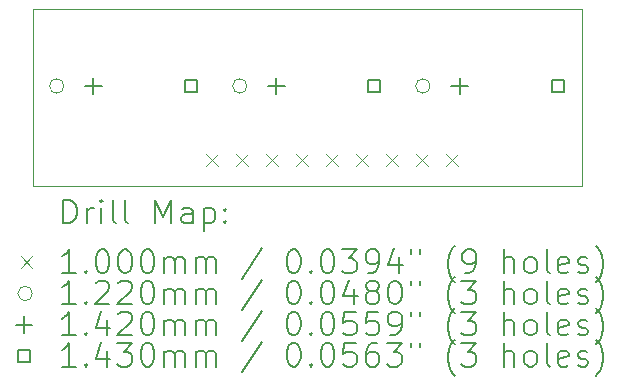
<source format=gbr>
%TF.GenerationSoftware,KiCad,Pcbnew,8.0.5*%
%TF.CreationDate,2024-11-04T14:21:08-06:00*%
%TF.ProjectId,Jack PCB,4a61636b-2050-4434-922e-6b696361645f,rev?*%
%TF.SameCoordinates,Original*%
%TF.FileFunction,Drillmap*%
%TF.FilePolarity,Positive*%
%FSLAX45Y45*%
G04 Gerber Fmt 4.5, Leading zero omitted, Abs format (unit mm)*
G04 Created by KiCad (PCBNEW 8.0.5) date 2024-11-04 14:21:08*
%MOMM*%
%LPD*%
G01*
G04 APERTURE LIST*
%ADD10C,0.050000*%
%ADD11C,0.200000*%
%ADD12C,0.100000*%
%ADD13C,0.122000*%
%ADD14C,0.142000*%
%ADD15C,0.143000*%
G04 APERTURE END LIST*
D10*
X12900000Y-9400000D02*
X17550000Y-9400000D01*
X17550000Y-10900000D01*
X12900000Y-10900000D01*
X12900000Y-9400000D01*
D11*
D12*
X14368000Y-10625000D02*
X14468000Y-10725000D01*
X14468000Y-10625000D02*
X14368000Y-10725000D01*
X14622000Y-10625000D02*
X14722000Y-10725000D01*
X14722000Y-10625000D02*
X14622000Y-10725000D01*
X14876000Y-10625000D02*
X14976000Y-10725000D01*
X14976000Y-10625000D02*
X14876000Y-10725000D01*
X15130000Y-10625000D02*
X15230000Y-10725000D01*
X15230000Y-10625000D02*
X15130000Y-10725000D01*
X15384000Y-10625000D02*
X15484000Y-10725000D01*
X15484000Y-10625000D02*
X15384000Y-10725000D01*
X15638000Y-10625000D02*
X15738000Y-10725000D01*
X15738000Y-10625000D02*
X15638000Y-10725000D01*
X15892000Y-10625000D02*
X15992000Y-10725000D01*
X15992000Y-10625000D02*
X15892000Y-10725000D01*
X16146000Y-10625000D02*
X16246000Y-10725000D01*
X16246000Y-10625000D02*
X16146000Y-10725000D01*
X16400000Y-10625000D02*
X16500000Y-10725000D01*
X16500000Y-10625000D02*
X16400000Y-10725000D01*
D13*
X13165000Y-10050000D02*
G75*
G02*
X13043000Y-10050000I-61000J0D01*
G01*
X13043000Y-10050000D02*
G75*
G02*
X13165000Y-10050000I61000J0D01*
G01*
X14715000Y-10050000D02*
G75*
G02*
X14593000Y-10050000I-61000J0D01*
G01*
X14593000Y-10050000D02*
G75*
G02*
X14715000Y-10050000I61000J0D01*
G01*
X16265000Y-10050000D02*
G75*
G02*
X16143000Y-10050000I-61000J0D01*
G01*
X16143000Y-10050000D02*
G75*
G02*
X16265000Y-10050000I61000J0D01*
G01*
D14*
X13414000Y-9979000D02*
X13414000Y-10121000D01*
X13343000Y-10050000D02*
X13485000Y-10050000D01*
X14964000Y-9979000D02*
X14964000Y-10121000D01*
X14893000Y-10050000D02*
X15035000Y-10050000D01*
X16514000Y-9979000D02*
X16514000Y-10121000D01*
X16443000Y-10050000D02*
X16585000Y-10050000D01*
D15*
X14294559Y-10100559D02*
X14294559Y-9999441D01*
X14193441Y-9999441D01*
X14193441Y-10100559D01*
X14294559Y-10100559D01*
X15844559Y-10100559D02*
X15844559Y-9999441D01*
X15743441Y-9999441D01*
X15743441Y-10100559D01*
X15844559Y-10100559D01*
X17394559Y-10100559D02*
X17394559Y-9999441D01*
X17293441Y-9999441D01*
X17293441Y-10100559D01*
X17394559Y-10100559D01*
D11*
X13158277Y-11213984D02*
X13158277Y-11013984D01*
X13158277Y-11013984D02*
X13205896Y-11013984D01*
X13205896Y-11013984D02*
X13234467Y-11023508D01*
X13234467Y-11023508D02*
X13253515Y-11042555D01*
X13253515Y-11042555D02*
X13263039Y-11061603D01*
X13263039Y-11061603D02*
X13272562Y-11099698D01*
X13272562Y-11099698D02*
X13272562Y-11128270D01*
X13272562Y-11128270D02*
X13263039Y-11166365D01*
X13263039Y-11166365D02*
X13253515Y-11185412D01*
X13253515Y-11185412D02*
X13234467Y-11204460D01*
X13234467Y-11204460D02*
X13205896Y-11213984D01*
X13205896Y-11213984D02*
X13158277Y-11213984D01*
X13358277Y-11213984D02*
X13358277Y-11080650D01*
X13358277Y-11118746D02*
X13367801Y-11099698D01*
X13367801Y-11099698D02*
X13377324Y-11090174D01*
X13377324Y-11090174D02*
X13396372Y-11080650D01*
X13396372Y-11080650D02*
X13415420Y-11080650D01*
X13482086Y-11213984D02*
X13482086Y-11080650D01*
X13482086Y-11013984D02*
X13472562Y-11023508D01*
X13472562Y-11023508D02*
X13482086Y-11033031D01*
X13482086Y-11033031D02*
X13491610Y-11023508D01*
X13491610Y-11023508D02*
X13482086Y-11013984D01*
X13482086Y-11013984D02*
X13482086Y-11033031D01*
X13605896Y-11213984D02*
X13586848Y-11204460D01*
X13586848Y-11204460D02*
X13577324Y-11185412D01*
X13577324Y-11185412D02*
X13577324Y-11013984D01*
X13710658Y-11213984D02*
X13691610Y-11204460D01*
X13691610Y-11204460D02*
X13682086Y-11185412D01*
X13682086Y-11185412D02*
X13682086Y-11013984D01*
X13939229Y-11213984D02*
X13939229Y-11013984D01*
X13939229Y-11013984D02*
X14005896Y-11156841D01*
X14005896Y-11156841D02*
X14072562Y-11013984D01*
X14072562Y-11013984D02*
X14072562Y-11213984D01*
X14253515Y-11213984D02*
X14253515Y-11109222D01*
X14253515Y-11109222D02*
X14243991Y-11090174D01*
X14243991Y-11090174D02*
X14224943Y-11080650D01*
X14224943Y-11080650D02*
X14186848Y-11080650D01*
X14186848Y-11080650D02*
X14167801Y-11090174D01*
X14253515Y-11204460D02*
X14234467Y-11213984D01*
X14234467Y-11213984D02*
X14186848Y-11213984D01*
X14186848Y-11213984D02*
X14167801Y-11204460D01*
X14167801Y-11204460D02*
X14158277Y-11185412D01*
X14158277Y-11185412D02*
X14158277Y-11166365D01*
X14158277Y-11166365D02*
X14167801Y-11147317D01*
X14167801Y-11147317D02*
X14186848Y-11137793D01*
X14186848Y-11137793D02*
X14234467Y-11137793D01*
X14234467Y-11137793D02*
X14253515Y-11128270D01*
X14348753Y-11080650D02*
X14348753Y-11280650D01*
X14348753Y-11090174D02*
X14367801Y-11080650D01*
X14367801Y-11080650D02*
X14405896Y-11080650D01*
X14405896Y-11080650D02*
X14424943Y-11090174D01*
X14424943Y-11090174D02*
X14434467Y-11099698D01*
X14434467Y-11099698D02*
X14443991Y-11118746D01*
X14443991Y-11118746D02*
X14443991Y-11175889D01*
X14443991Y-11175889D02*
X14434467Y-11194936D01*
X14434467Y-11194936D02*
X14424943Y-11204460D01*
X14424943Y-11204460D02*
X14405896Y-11213984D01*
X14405896Y-11213984D02*
X14367801Y-11213984D01*
X14367801Y-11213984D02*
X14348753Y-11204460D01*
X14529705Y-11194936D02*
X14539229Y-11204460D01*
X14539229Y-11204460D02*
X14529705Y-11213984D01*
X14529705Y-11213984D02*
X14520182Y-11204460D01*
X14520182Y-11204460D02*
X14529705Y-11194936D01*
X14529705Y-11194936D02*
X14529705Y-11213984D01*
X14529705Y-11090174D02*
X14539229Y-11099698D01*
X14539229Y-11099698D02*
X14529705Y-11109222D01*
X14529705Y-11109222D02*
X14520182Y-11099698D01*
X14520182Y-11099698D02*
X14529705Y-11090174D01*
X14529705Y-11090174D02*
X14529705Y-11109222D01*
D12*
X12797500Y-11492500D02*
X12897500Y-11592500D01*
X12897500Y-11492500D02*
X12797500Y-11592500D01*
D11*
X13263039Y-11633984D02*
X13148753Y-11633984D01*
X13205896Y-11633984D02*
X13205896Y-11433984D01*
X13205896Y-11433984D02*
X13186848Y-11462555D01*
X13186848Y-11462555D02*
X13167801Y-11481603D01*
X13167801Y-11481603D02*
X13148753Y-11491127D01*
X13348753Y-11614936D02*
X13358277Y-11624460D01*
X13358277Y-11624460D02*
X13348753Y-11633984D01*
X13348753Y-11633984D02*
X13339229Y-11624460D01*
X13339229Y-11624460D02*
X13348753Y-11614936D01*
X13348753Y-11614936D02*
X13348753Y-11633984D01*
X13482086Y-11433984D02*
X13501134Y-11433984D01*
X13501134Y-11433984D02*
X13520182Y-11443508D01*
X13520182Y-11443508D02*
X13529705Y-11453031D01*
X13529705Y-11453031D02*
X13539229Y-11472079D01*
X13539229Y-11472079D02*
X13548753Y-11510174D01*
X13548753Y-11510174D02*
X13548753Y-11557793D01*
X13548753Y-11557793D02*
X13539229Y-11595888D01*
X13539229Y-11595888D02*
X13529705Y-11614936D01*
X13529705Y-11614936D02*
X13520182Y-11624460D01*
X13520182Y-11624460D02*
X13501134Y-11633984D01*
X13501134Y-11633984D02*
X13482086Y-11633984D01*
X13482086Y-11633984D02*
X13463039Y-11624460D01*
X13463039Y-11624460D02*
X13453515Y-11614936D01*
X13453515Y-11614936D02*
X13443991Y-11595888D01*
X13443991Y-11595888D02*
X13434467Y-11557793D01*
X13434467Y-11557793D02*
X13434467Y-11510174D01*
X13434467Y-11510174D02*
X13443991Y-11472079D01*
X13443991Y-11472079D02*
X13453515Y-11453031D01*
X13453515Y-11453031D02*
X13463039Y-11443508D01*
X13463039Y-11443508D02*
X13482086Y-11433984D01*
X13672562Y-11433984D02*
X13691610Y-11433984D01*
X13691610Y-11433984D02*
X13710658Y-11443508D01*
X13710658Y-11443508D02*
X13720182Y-11453031D01*
X13720182Y-11453031D02*
X13729705Y-11472079D01*
X13729705Y-11472079D02*
X13739229Y-11510174D01*
X13739229Y-11510174D02*
X13739229Y-11557793D01*
X13739229Y-11557793D02*
X13729705Y-11595888D01*
X13729705Y-11595888D02*
X13720182Y-11614936D01*
X13720182Y-11614936D02*
X13710658Y-11624460D01*
X13710658Y-11624460D02*
X13691610Y-11633984D01*
X13691610Y-11633984D02*
X13672562Y-11633984D01*
X13672562Y-11633984D02*
X13653515Y-11624460D01*
X13653515Y-11624460D02*
X13643991Y-11614936D01*
X13643991Y-11614936D02*
X13634467Y-11595888D01*
X13634467Y-11595888D02*
X13624943Y-11557793D01*
X13624943Y-11557793D02*
X13624943Y-11510174D01*
X13624943Y-11510174D02*
X13634467Y-11472079D01*
X13634467Y-11472079D02*
X13643991Y-11453031D01*
X13643991Y-11453031D02*
X13653515Y-11443508D01*
X13653515Y-11443508D02*
X13672562Y-11433984D01*
X13863039Y-11433984D02*
X13882086Y-11433984D01*
X13882086Y-11433984D02*
X13901134Y-11443508D01*
X13901134Y-11443508D02*
X13910658Y-11453031D01*
X13910658Y-11453031D02*
X13920182Y-11472079D01*
X13920182Y-11472079D02*
X13929705Y-11510174D01*
X13929705Y-11510174D02*
X13929705Y-11557793D01*
X13929705Y-11557793D02*
X13920182Y-11595888D01*
X13920182Y-11595888D02*
X13910658Y-11614936D01*
X13910658Y-11614936D02*
X13901134Y-11624460D01*
X13901134Y-11624460D02*
X13882086Y-11633984D01*
X13882086Y-11633984D02*
X13863039Y-11633984D01*
X13863039Y-11633984D02*
X13843991Y-11624460D01*
X13843991Y-11624460D02*
X13834467Y-11614936D01*
X13834467Y-11614936D02*
X13824943Y-11595888D01*
X13824943Y-11595888D02*
X13815420Y-11557793D01*
X13815420Y-11557793D02*
X13815420Y-11510174D01*
X13815420Y-11510174D02*
X13824943Y-11472079D01*
X13824943Y-11472079D02*
X13834467Y-11453031D01*
X13834467Y-11453031D02*
X13843991Y-11443508D01*
X13843991Y-11443508D02*
X13863039Y-11433984D01*
X14015420Y-11633984D02*
X14015420Y-11500650D01*
X14015420Y-11519698D02*
X14024943Y-11510174D01*
X14024943Y-11510174D02*
X14043991Y-11500650D01*
X14043991Y-11500650D02*
X14072563Y-11500650D01*
X14072563Y-11500650D02*
X14091610Y-11510174D01*
X14091610Y-11510174D02*
X14101134Y-11529222D01*
X14101134Y-11529222D02*
X14101134Y-11633984D01*
X14101134Y-11529222D02*
X14110658Y-11510174D01*
X14110658Y-11510174D02*
X14129705Y-11500650D01*
X14129705Y-11500650D02*
X14158277Y-11500650D01*
X14158277Y-11500650D02*
X14177324Y-11510174D01*
X14177324Y-11510174D02*
X14186848Y-11529222D01*
X14186848Y-11529222D02*
X14186848Y-11633984D01*
X14282086Y-11633984D02*
X14282086Y-11500650D01*
X14282086Y-11519698D02*
X14291610Y-11510174D01*
X14291610Y-11510174D02*
X14310658Y-11500650D01*
X14310658Y-11500650D02*
X14339229Y-11500650D01*
X14339229Y-11500650D02*
X14358277Y-11510174D01*
X14358277Y-11510174D02*
X14367801Y-11529222D01*
X14367801Y-11529222D02*
X14367801Y-11633984D01*
X14367801Y-11529222D02*
X14377324Y-11510174D01*
X14377324Y-11510174D02*
X14396372Y-11500650D01*
X14396372Y-11500650D02*
X14424943Y-11500650D01*
X14424943Y-11500650D02*
X14443991Y-11510174D01*
X14443991Y-11510174D02*
X14453515Y-11529222D01*
X14453515Y-11529222D02*
X14453515Y-11633984D01*
X14843991Y-11424460D02*
X14672563Y-11681603D01*
X15101134Y-11433984D02*
X15120182Y-11433984D01*
X15120182Y-11433984D02*
X15139229Y-11443508D01*
X15139229Y-11443508D02*
X15148753Y-11453031D01*
X15148753Y-11453031D02*
X15158277Y-11472079D01*
X15158277Y-11472079D02*
X15167801Y-11510174D01*
X15167801Y-11510174D02*
X15167801Y-11557793D01*
X15167801Y-11557793D02*
X15158277Y-11595888D01*
X15158277Y-11595888D02*
X15148753Y-11614936D01*
X15148753Y-11614936D02*
X15139229Y-11624460D01*
X15139229Y-11624460D02*
X15120182Y-11633984D01*
X15120182Y-11633984D02*
X15101134Y-11633984D01*
X15101134Y-11633984D02*
X15082086Y-11624460D01*
X15082086Y-11624460D02*
X15072563Y-11614936D01*
X15072563Y-11614936D02*
X15063039Y-11595888D01*
X15063039Y-11595888D02*
X15053515Y-11557793D01*
X15053515Y-11557793D02*
X15053515Y-11510174D01*
X15053515Y-11510174D02*
X15063039Y-11472079D01*
X15063039Y-11472079D02*
X15072563Y-11453031D01*
X15072563Y-11453031D02*
X15082086Y-11443508D01*
X15082086Y-11443508D02*
X15101134Y-11433984D01*
X15253515Y-11614936D02*
X15263039Y-11624460D01*
X15263039Y-11624460D02*
X15253515Y-11633984D01*
X15253515Y-11633984D02*
X15243991Y-11624460D01*
X15243991Y-11624460D02*
X15253515Y-11614936D01*
X15253515Y-11614936D02*
X15253515Y-11633984D01*
X15386848Y-11433984D02*
X15405896Y-11433984D01*
X15405896Y-11433984D02*
X15424944Y-11443508D01*
X15424944Y-11443508D02*
X15434467Y-11453031D01*
X15434467Y-11453031D02*
X15443991Y-11472079D01*
X15443991Y-11472079D02*
X15453515Y-11510174D01*
X15453515Y-11510174D02*
X15453515Y-11557793D01*
X15453515Y-11557793D02*
X15443991Y-11595888D01*
X15443991Y-11595888D02*
X15434467Y-11614936D01*
X15434467Y-11614936D02*
X15424944Y-11624460D01*
X15424944Y-11624460D02*
X15405896Y-11633984D01*
X15405896Y-11633984D02*
X15386848Y-11633984D01*
X15386848Y-11633984D02*
X15367801Y-11624460D01*
X15367801Y-11624460D02*
X15358277Y-11614936D01*
X15358277Y-11614936D02*
X15348753Y-11595888D01*
X15348753Y-11595888D02*
X15339229Y-11557793D01*
X15339229Y-11557793D02*
X15339229Y-11510174D01*
X15339229Y-11510174D02*
X15348753Y-11472079D01*
X15348753Y-11472079D02*
X15358277Y-11453031D01*
X15358277Y-11453031D02*
X15367801Y-11443508D01*
X15367801Y-11443508D02*
X15386848Y-11433984D01*
X15520182Y-11433984D02*
X15643991Y-11433984D01*
X15643991Y-11433984D02*
X15577325Y-11510174D01*
X15577325Y-11510174D02*
X15605896Y-11510174D01*
X15605896Y-11510174D02*
X15624944Y-11519698D01*
X15624944Y-11519698D02*
X15634467Y-11529222D01*
X15634467Y-11529222D02*
X15643991Y-11548269D01*
X15643991Y-11548269D02*
X15643991Y-11595888D01*
X15643991Y-11595888D02*
X15634467Y-11614936D01*
X15634467Y-11614936D02*
X15624944Y-11624460D01*
X15624944Y-11624460D02*
X15605896Y-11633984D01*
X15605896Y-11633984D02*
X15548753Y-11633984D01*
X15548753Y-11633984D02*
X15529706Y-11624460D01*
X15529706Y-11624460D02*
X15520182Y-11614936D01*
X15739229Y-11633984D02*
X15777325Y-11633984D01*
X15777325Y-11633984D02*
X15796372Y-11624460D01*
X15796372Y-11624460D02*
X15805896Y-11614936D01*
X15805896Y-11614936D02*
X15824944Y-11586365D01*
X15824944Y-11586365D02*
X15834467Y-11548269D01*
X15834467Y-11548269D02*
X15834467Y-11472079D01*
X15834467Y-11472079D02*
X15824944Y-11453031D01*
X15824944Y-11453031D02*
X15815420Y-11443508D01*
X15815420Y-11443508D02*
X15796372Y-11433984D01*
X15796372Y-11433984D02*
X15758277Y-11433984D01*
X15758277Y-11433984D02*
X15739229Y-11443508D01*
X15739229Y-11443508D02*
X15729706Y-11453031D01*
X15729706Y-11453031D02*
X15720182Y-11472079D01*
X15720182Y-11472079D02*
X15720182Y-11519698D01*
X15720182Y-11519698D02*
X15729706Y-11538746D01*
X15729706Y-11538746D02*
X15739229Y-11548269D01*
X15739229Y-11548269D02*
X15758277Y-11557793D01*
X15758277Y-11557793D02*
X15796372Y-11557793D01*
X15796372Y-11557793D02*
X15815420Y-11548269D01*
X15815420Y-11548269D02*
X15824944Y-11538746D01*
X15824944Y-11538746D02*
X15834467Y-11519698D01*
X16005896Y-11500650D02*
X16005896Y-11633984D01*
X15958277Y-11424460D02*
X15910658Y-11567317D01*
X15910658Y-11567317D02*
X16034467Y-11567317D01*
X16101134Y-11433984D02*
X16101134Y-11472079D01*
X16177325Y-11433984D02*
X16177325Y-11472079D01*
X16472563Y-11710174D02*
X16463039Y-11700650D01*
X16463039Y-11700650D02*
X16443991Y-11672079D01*
X16443991Y-11672079D02*
X16434468Y-11653031D01*
X16434468Y-11653031D02*
X16424944Y-11624460D01*
X16424944Y-11624460D02*
X16415420Y-11576841D01*
X16415420Y-11576841D02*
X16415420Y-11538746D01*
X16415420Y-11538746D02*
X16424944Y-11491127D01*
X16424944Y-11491127D02*
X16434468Y-11462555D01*
X16434468Y-11462555D02*
X16443991Y-11443508D01*
X16443991Y-11443508D02*
X16463039Y-11414936D01*
X16463039Y-11414936D02*
X16472563Y-11405412D01*
X16558277Y-11633984D02*
X16596372Y-11633984D01*
X16596372Y-11633984D02*
X16615420Y-11624460D01*
X16615420Y-11624460D02*
X16624944Y-11614936D01*
X16624944Y-11614936D02*
X16643991Y-11586365D01*
X16643991Y-11586365D02*
X16653515Y-11548269D01*
X16653515Y-11548269D02*
X16653515Y-11472079D01*
X16653515Y-11472079D02*
X16643991Y-11453031D01*
X16643991Y-11453031D02*
X16634468Y-11443508D01*
X16634468Y-11443508D02*
X16615420Y-11433984D01*
X16615420Y-11433984D02*
X16577325Y-11433984D01*
X16577325Y-11433984D02*
X16558277Y-11443508D01*
X16558277Y-11443508D02*
X16548753Y-11453031D01*
X16548753Y-11453031D02*
X16539229Y-11472079D01*
X16539229Y-11472079D02*
X16539229Y-11519698D01*
X16539229Y-11519698D02*
X16548753Y-11538746D01*
X16548753Y-11538746D02*
X16558277Y-11548269D01*
X16558277Y-11548269D02*
X16577325Y-11557793D01*
X16577325Y-11557793D02*
X16615420Y-11557793D01*
X16615420Y-11557793D02*
X16634468Y-11548269D01*
X16634468Y-11548269D02*
X16643991Y-11538746D01*
X16643991Y-11538746D02*
X16653515Y-11519698D01*
X16891611Y-11633984D02*
X16891611Y-11433984D01*
X16977325Y-11633984D02*
X16977325Y-11529222D01*
X16977325Y-11529222D02*
X16967801Y-11510174D01*
X16967801Y-11510174D02*
X16948753Y-11500650D01*
X16948753Y-11500650D02*
X16920182Y-11500650D01*
X16920182Y-11500650D02*
X16901134Y-11510174D01*
X16901134Y-11510174D02*
X16891611Y-11519698D01*
X17101134Y-11633984D02*
X17082087Y-11624460D01*
X17082087Y-11624460D02*
X17072563Y-11614936D01*
X17072563Y-11614936D02*
X17063039Y-11595888D01*
X17063039Y-11595888D02*
X17063039Y-11538746D01*
X17063039Y-11538746D02*
X17072563Y-11519698D01*
X17072563Y-11519698D02*
X17082087Y-11510174D01*
X17082087Y-11510174D02*
X17101134Y-11500650D01*
X17101134Y-11500650D02*
X17129706Y-11500650D01*
X17129706Y-11500650D02*
X17148753Y-11510174D01*
X17148753Y-11510174D02*
X17158277Y-11519698D01*
X17158277Y-11519698D02*
X17167801Y-11538746D01*
X17167801Y-11538746D02*
X17167801Y-11595888D01*
X17167801Y-11595888D02*
X17158277Y-11614936D01*
X17158277Y-11614936D02*
X17148753Y-11624460D01*
X17148753Y-11624460D02*
X17129706Y-11633984D01*
X17129706Y-11633984D02*
X17101134Y-11633984D01*
X17282087Y-11633984D02*
X17263039Y-11624460D01*
X17263039Y-11624460D02*
X17253515Y-11605412D01*
X17253515Y-11605412D02*
X17253515Y-11433984D01*
X17434468Y-11624460D02*
X17415420Y-11633984D01*
X17415420Y-11633984D02*
X17377325Y-11633984D01*
X17377325Y-11633984D02*
X17358277Y-11624460D01*
X17358277Y-11624460D02*
X17348753Y-11605412D01*
X17348753Y-11605412D02*
X17348753Y-11529222D01*
X17348753Y-11529222D02*
X17358277Y-11510174D01*
X17358277Y-11510174D02*
X17377325Y-11500650D01*
X17377325Y-11500650D02*
X17415420Y-11500650D01*
X17415420Y-11500650D02*
X17434468Y-11510174D01*
X17434468Y-11510174D02*
X17443992Y-11529222D01*
X17443992Y-11529222D02*
X17443992Y-11548269D01*
X17443992Y-11548269D02*
X17348753Y-11567317D01*
X17520182Y-11624460D02*
X17539230Y-11633984D01*
X17539230Y-11633984D02*
X17577325Y-11633984D01*
X17577325Y-11633984D02*
X17596373Y-11624460D01*
X17596373Y-11624460D02*
X17605896Y-11605412D01*
X17605896Y-11605412D02*
X17605896Y-11595888D01*
X17605896Y-11595888D02*
X17596373Y-11576841D01*
X17596373Y-11576841D02*
X17577325Y-11567317D01*
X17577325Y-11567317D02*
X17548753Y-11567317D01*
X17548753Y-11567317D02*
X17529706Y-11557793D01*
X17529706Y-11557793D02*
X17520182Y-11538746D01*
X17520182Y-11538746D02*
X17520182Y-11529222D01*
X17520182Y-11529222D02*
X17529706Y-11510174D01*
X17529706Y-11510174D02*
X17548753Y-11500650D01*
X17548753Y-11500650D02*
X17577325Y-11500650D01*
X17577325Y-11500650D02*
X17596373Y-11510174D01*
X17672563Y-11710174D02*
X17682087Y-11700650D01*
X17682087Y-11700650D02*
X17701134Y-11672079D01*
X17701134Y-11672079D02*
X17710658Y-11653031D01*
X17710658Y-11653031D02*
X17720182Y-11624460D01*
X17720182Y-11624460D02*
X17729706Y-11576841D01*
X17729706Y-11576841D02*
X17729706Y-11538746D01*
X17729706Y-11538746D02*
X17720182Y-11491127D01*
X17720182Y-11491127D02*
X17710658Y-11462555D01*
X17710658Y-11462555D02*
X17701134Y-11443508D01*
X17701134Y-11443508D02*
X17682087Y-11414936D01*
X17682087Y-11414936D02*
X17672563Y-11405412D01*
D13*
X12897500Y-11806500D02*
G75*
G02*
X12775500Y-11806500I-61000J0D01*
G01*
X12775500Y-11806500D02*
G75*
G02*
X12897500Y-11806500I61000J0D01*
G01*
D11*
X13263039Y-11897984D02*
X13148753Y-11897984D01*
X13205896Y-11897984D02*
X13205896Y-11697984D01*
X13205896Y-11697984D02*
X13186848Y-11726555D01*
X13186848Y-11726555D02*
X13167801Y-11745603D01*
X13167801Y-11745603D02*
X13148753Y-11755127D01*
X13348753Y-11878936D02*
X13358277Y-11888460D01*
X13358277Y-11888460D02*
X13348753Y-11897984D01*
X13348753Y-11897984D02*
X13339229Y-11888460D01*
X13339229Y-11888460D02*
X13348753Y-11878936D01*
X13348753Y-11878936D02*
X13348753Y-11897984D01*
X13434467Y-11717031D02*
X13443991Y-11707508D01*
X13443991Y-11707508D02*
X13463039Y-11697984D01*
X13463039Y-11697984D02*
X13510658Y-11697984D01*
X13510658Y-11697984D02*
X13529705Y-11707508D01*
X13529705Y-11707508D02*
X13539229Y-11717031D01*
X13539229Y-11717031D02*
X13548753Y-11736079D01*
X13548753Y-11736079D02*
X13548753Y-11755127D01*
X13548753Y-11755127D02*
X13539229Y-11783698D01*
X13539229Y-11783698D02*
X13424943Y-11897984D01*
X13424943Y-11897984D02*
X13548753Y-11897984D01*
X13624943Y-11717031D02*
X13634467Y-11707508D01*
X13634467Y-11707508D02*
X13653515Y-11697984D01*
X13653515Y-11697984D02*
X13701134Y-11697984D01*
X13701134Y-11697984D02*
X13720182Y-11707508D01*
X13720182Y-11707508D02*
X13729705Y-11717031D01*
X13729705Y-11717031D02*
X13739229Y-11736079D01*
X13739229Y-11736079D02*
X13739229Y-11755127D01*
X13739229Y-11755127D02*
X13729705Y-11783698D01*
X13729705Y-11783698D02*
X13615420Y-11897984D01*
X13615420Y-11897984D02*
X13739229Y-11897984D01*
X13863039Y-11697984D02*
X13882086Y-11697984D01*
X13882086Y-11697984D02*
X13901134Y-11707508D01*
X13901134Y-11707508D02*
X13910658Y-11717031D01*
X13910658Y-11717031D02*
X13920182Y-11736079D01*
X13920182Y-11736079D02*
X13929705Y-11774174D01*
X13929705Y-11774174D02*
X13929705Y-11821793D01*
X13929705Y-11821793D02*
X13920182Y-11859888D01*
X13920182Y-11859888D02*
X13910658Y-11878936D01*
X13910658Y-11878936D02*
X13901134Y-11888460D01*
X13901134Y-11888460D02*
X13882086Y-11897984D01*
X13882086Y-11897984D02*
X13863039Y-11897984D01*
X13863039Y-11897984D02*
X13843991Y-11888460D01*
X13843991Y-11888460D02*
X13834467Y-11878936D01*
X13834467Y-11878936D02*
X13824943Y-11859888D01*
X13824943Y-11859888D02*
X13815420Y-11821793D01*
X13815420Y-11821793D02*
X13815420Y-11774174D01*
X13815420Y-11774174D02*
X13824943Y-11736079D01*
X13824943Y-11736079D02*
X13834467Y-11717031D01*
X13834467Y-11717031D02*
X13843991Y-11707508D01*
X13843991Y-11707508D02*
X13863039Y-11697984D01*
X14015420Y-11897984D02*
X14015420Y-11764650D01*
X14015420Y-11783698D02*
X14024943Y-11774174D01*
X14024943Y-11774174D02*
X14043991Y-11764650D01*
X14043991Y-11764650D02*
X14072563Y-11764650D01*
X14072563Y-11764650D02*
X14091610Y-11774174D01*
X14091610Y-11774174D02*
X14101134Y-11793222D01*
X14101134Y-11793222D02*
X14101134Y-11897984D01*
X14101134Y-11793222D02*
X14110658Y-11774174D01*
X14110658Y-11774174D02*
X14129705Y-11764650D01*
X14129705Y-11764650D02*
X14158277Y-11764650D01*
X14158277Y-11764650D02*
X14177324Y-11774174D01*
X14177324Y-11774174D02*
X14186848Y-11793222D01*
X14186848Y-11793222D02*
X14186848Y-11897984D01*
X14282086Y-11897984D02*
X14282086Y-11764650D01*
X14282086Y-11783698D02*
X14291610Y-11774174D01*
X14291610Y-11774174D02*
X14310658Y-11764650D01*
X14310658Y-11764650D02*
X14339229Y-11764650D01*
X14339229Y-11764650D02*
X14358277Y-11774174D01*
X14358277Y-11774174D02*
X14367801Y-11793222D01*
X14367801Y-11793222D02*
X14367801Y-11897984D01*
X14367801Y-11793222D02*
X14377324Y-11774174D01*
X14377324Y-11774174D02*
X14396372Y-11764650D01*
X14396372Y-11764650D02*
X14424943Y-11764650D01*
X14424943Y-11764650D02*
X14443991Y-11774174D01*
X14443991Y-11774174D02*
X14453515Y-11793222D01*
X14453515Y-11793222D02*
X14453515Y-11897984D01*
X14843991Y-11688460D02*
X14672563Y-11945603D01*
X15101134Y-11697984D02*
X15120182Y-11697984D01*
X15120182Y-11697984D02*
X15139229Y-11707508D01*
X15139229Y-11707508D02*
X15148753Y-11717031D01*
X15148753Y-11717031D02*
X15158277Y-11736079D01*
X15158277Y-11736079D02*
X15167801Y-11774174D01*
X15167801Y-11774174D02*
X15167801Y-11821793D01*
X15167801Y-11821793D02*
X15158277Y-11859888D01*
X15158277Y-11859888D02*
X15148753Y-11878936D01*
X15148753Y-11878936D02*
X15139229Y-11888460D01*
X15139229Y-11888460D02*
X15120182Y-11897984D01*
X15120182Y-11897984D02*
X15101134Y-11897984D01*
X15101134Y-11897984D02*
X15082086Y-11888460D01*
X15082086Y-11888460D02*
X15072563Y-11878936D01*
X15072563Y-11878936D02*
X15063039Y-11859888D01*
X15063039Y-11859888D02*
X15053515Y-11821793D01*
X15053515Y-11821793D02*
X15053515Y-11774174D01*
X15053515Y-11774174D02*
X15063039Y-11736079D01*
X15063039Y-11736079D02*
X15072563Y-11717031D01*
X15072563Y-11717031D02*
X15082086Y-11707508D01*
X15082086Y-11707508D02*
X15101134Y-11697984D01*
X15253515Y-11878936D02*
X15263039Y-11888460D01*
X15263039Y-11888460D02*
X15253515Y-11897984D01*
X15253515Y-11897984D02*
X15243991Y-11888460D01*
X15243991Y-11888460D02*
X15253515Y-11878936D01*
X15253515Y-11878936D02*
X15253515Y-11897984D01*
X15386848Y-11697984D02*
X15405896Y-11697984D01*
X15405896Y-11697984D02*
X15424944Y-11707508D01*
X15424944Y-11707508D02*
X15434467Y-11717031D01*
X15434467Y-11717031D02*
X15443991Y-11736079D01*
X15443991Y-11736079D02*
X15453515Y-11774174D01*
X15453515Y-11774174D02*
X15453515Y-11821793D01*
X15453515Y-11821793D02*
X15443991Y-11859888D01*
X15443991Y-11859888D02*
X15434467Y-11878936D01*
X15434467Y-11878936D02*
X15424944Y-11888460D01*
X15424944Y-11888460D02*
X15405896Y-11897984D01*
X15405896Y-11897984D02*
X15386848Y-11897984D01*
X15386848Y-11897984D02*
X15367801Y-11888460D01*
X15367801Y-11888460D02*
X15358277Y-11878936D01*
X15358277Y-11878936D02*
X15348753Y-11859888D01*
X15348753Y-11859888D02*
X15339229Y-11821793D01*
X15339229Y-11821793D02*
X15339229Y-11774174D01*
X15339229Y-11774174D02*
X15348753Y-11736079D01*
X15348753Y-11736079D02*
X15358277Y-11717031D01*
X15358277Y-11717031D02*
X15367801Y-11707508D01*
X15367801Y-11707508D02*
X15386848Y-11697984D01*
X15624944Y-11764650D02*
X15624944Y-11897984D01*
X15577325Y-11688460D02*
X15529706Y-11831317D01*
X15529706Y-11831317D02*
X15653515Y-11831317D01*
X15758277Y-11783698D02*
X15739229Y-11774174D01*
X15739229Y-11774174D02*
X15729706Y-11764650D01*
X15729706Y-11764650D02*
X15720182Y-11745603D01*
X15720182Y-11745603D02*
X15720182Y-11736079D01*
X15720182Y-11736079D02*
X15729706Y-11717031D01*
X15729706Y-11717031D02*
X15739229Y-11707508D01*
X15739229Y-11707508D02*
X15758277Y-11697984D01*
X15758277Y-11697984D02*
X15796372Y-11697984D01*
X15796372Y-11697984D02*
X15815420Y-11707508D01*
X15815420Y-11707508D02*
X15824944Y-11717031D01*
X15824944Y-11717031D02*
X15834467Y-11736079D01*
X15834467Y-11736079D02*
X15834467Y-11745603D01*
X15834467Y-11745603D02*
X15824944Y-11764650D01*
X15824944Y-11764650D02*
X15815420Y-11774174D01*
X15815420Y-11774174D02*
X15796372Y-11783698D01*
X15796372Y-11783698D02*
X15758277Y-11783698D01*
X15758277Y-11783698D02*
X15739229Y-11793222D01*
X15739229Y-11793222D02*
X15729706Y-11802746D01*
X15729706Y-11802746D02*
X15720182Y-11821793D01*
X15720182Y-11821793D02*
X15720182Y-11859888D01*
X15720182Y-11859888D02*
X15729706Y-11878936D01*
X15729706Y-11878936D02*
X15739229Y-11888460D01*
X15739229Y-11888460D02*
X15758277Y-11897984D01*
X15758277Y-11897984D02*
X15796372Y-11897984D01*
X15796372Y-11897984D02*
X15815420Y-11888460D01*
X15815420Y-11888460D02*
X15824944Y-11878936D01*
X15824944Y-11878936D02*
X15834467Y-11859888D01*
X15834467Y-11859888D02*
X15834467Y-11821793D01*
X15834467Y-11821793D02*
X15824944Y-11802746D01*
X15824944Y-11802746D02*
X15815420Y-11793222D01*
X15815420Y-11793222D02*
X15796372Y-11783698D01*
X15958277Y-11697984D02*
X15977325Y-11697984D01*
X15977325Y-11697984D02*
X15996372Y-11707508D01*
X15996372Y-11707508D02*
X16005896Y-11717031D01*
X16005896Y-11717031D02*
X16015420Y-11736079D01*
X16015420Y-11736079D02*
X16024944Y-11774174D01*
X16024944Y-11774174D02*
X16024944Y-11821793D01*
X16024944Y-11821793D02*
X16015420Y-11859888D01*
X16015420Y-11859888D02*
X16005896Y-11878936D01*
X16005896Y-11878936D02*
X15996372Y-11888460D01*
X15996372Y-11888460D02*
X15977325Y-11897984D01*
X15977325Y-11897984D02*
X15958277Y-11897984D01*
X15958277Y-11897984D02*
X15939229Y-11888460D01*
X15939229Y-11888460D02*
X15929706Y-11878936D01*
X15929706Y-11878936D02*
X15920182Y-11859888D01*
X15920182Y-11859888D02*
X15910658Y-11821793D01*
X15910658Y-11821793D02*
X15910658Y-11774174D01*
X15910658Y-11774174D02*
X15920182Y-11736079D01*
X15920182Y-11736079D02*
X15929706Y-11717031D01*
X15929706Y-11717031D02*
X15939229Y-11707508D01*
X15939229Y-11707508D02*
X15958277Y-11697984D01*
X16101134Y-11697984D02*
X16101134Y-11736079D01*
X16177325Y-11697984D02*
X16177325Y-11736079D01*
X16472563Y-11974174D02*
X16463039Y-11964650D01*
X16463039Y-11964650D02*
X16443991Y-11936079D01*
X16443991Y-11936079D02*
X16434468Y-11917031D01*
X16434468Y-11917031D02*
X16424944Y-11888460D01*
X16424944Y-11888460D02*
X16415420Y-11840841D01*
X16415420Y-11840841D02*
X16415420Y-11802746D01*
X16415420Y-11802746D02*
X16424944Y-11755127D01*
X16424944Y-11755127D02*
X16434468Y-11726555D01*
X16434468Y-11726555D02*
X16443991Y-11707508D01*
X16443991Y-11707508D02*
X16463039Y-11678936D01*
X16463039Y-11678936D02*
X16472563Y-11669412D01*
X16529706Y-11697984D02*
X16653515Y-11697984D01*
X16653515Y-11697984D02*
X16586848Y-11774174D01*
X16586848Y-11774174D02*
X16615420Y-11774174D01*
X16615420Y-11774174D02*
X16634468Y-11783698D01*
X16634468Y-11783698D02*
X16643991Y-11793222D01*
X16643991Y-11793222D02*
X16653515Y-11812269D01*
X16653515Y-11812269D02*
X16653515Y-11859888D01*
X16653515Y-11859888D02*
X16643991Y-11878936D01*
X16643991Y-11878936D02*
X16634468Y-11888460D01*
X16634468Y-11888460D02*
X16615420Y-11897984D01*
X16615420Y-11897984D02*
X16558277Y-11897984D01*
X16558277Y-11897984D02*
X16539229Y-11888460D01*
X16539229Y-11888460D02*
X16529706Y-11878936D01*
X16891611Y-11897984D02*
X16891611Y-11697984D01*
X16977325Y-11897984D02*
X16977325Y-11793222D01*
X16977325Y-11793222D02*
X16967801Y-11774174D01*
X16967801Y-11774174D02*
X16948753Y-11764650D01*
X16948753Y-11764650D02*
X16920182Y-11764650D01*
X16920182Y-11764650D02*
X16901134Y-11774174D01*
X16901134Y-11774174D02*
X16891611Y-11783698D01*
X17101134Y-11897984D02*
X17082087Y-11888460D01*
X17082087Y-11888460D02*
X17072563Y-11878936D01*
X17072563Y-11878936D02*
X17063039Y-11859888D01*
X17063039Y-11859888D02*
X17063039Y-11802746D01*
X17063039Y-11802746D02*
X17072563Y-11783698D01*
X17072563Y-11783698D02*
X17082087Y-11774174D01*
X17082087Y-11774174D02*
X17101134Y-11764650D01*
X17101134Y-11764650D02*
X17129706Y-11764650D01*
X17129706Y-11764650D02*
X17148753Y-11774174D01*
X17148753Y-11774174D02*
X17158277Y-11783698D01*
X17158277Y-11783698D02*
X17167801Y-11802746D01*
X17167801Y-11802746D02*
X17167801Y-11859888D01*
X17167801Y-11859888D02*
X17158277Y-11878936D01*
X17158277Y-11878936D02*
X17148753Y-11888460D01*
X17148753Y-11888460D02*
X17129706Y-11897984D01*
X17129706Y-11897984D02*
X17101134Y-11897984D01*
X17282087Y-11897984D02*
X17263039Y-11888460D01*
X17263039Y-11888460D02*
X17253515Y-11869412D01*
X17253515Y-11869412D02*
X17253515Y-11697984D01*
X17434468Y-11888460D02*
X17415420Y-11897984D01*
X17415420Y-11897984D02*
X17377325Y-11897984D01*
X17377325Y-11897984D02*
X17358277Y-11888460D01*
X17358277Y-11888460D02*
X17348753Y-11869412D01*
X17348753Y-11869412D02*
X17348753Y-11793222D01*
X17348753Y-11793222D02*
X17358277Y-11774174D01*
X17358277Y-11774174D02*
X17377325Y-11764650D01*
X17377325Y-11764650D02*
X17415420Y-11764650D01*
X17415420Y-11764650D02*
X17434468Y-11774174D01*
X17434468Y-11774174D02*
X17443992Y-11793222D01*
X17443992Y-11793222D02*
X17443992Y-11812269D01*
X17443992Y-11812269D02*
X17348753Y-11831317D01*
X17520182Y-11888460D02*
X17539230Y-11897984D01*
X17539230Y-11897984D02*
X17577325Y-11897984D01*
X17577325Y-11897984D02*
X17596373Y-11888460D01*
X17596373Y-11888460D02*
X17605896Y-11869412D01*
X17605896Y-11869412D02*
X17605896Y-11859888D01*
X17605896Y-11859888D02*
X17596373Y-11840841D01*
X17596373Y-11840841D02*
X17577325Y-11831317D01*
X17577325Y-11831317D02*
X17548753Y-11831317D01*
X17548753Y-11831317D02*
X17529706Y-11821793D01*
X17529706Y-11821793D02*
X17520182Y-11802746D01*
X17520182Y-11802746D02*
X17520182Y-11793222D01*
X17520182Y-11793222D02*
X17529706Y-11774174D01*
X17529706Y-11774174D02*
X17548753Y-11764650D01*
X17548753Y-11764650D02*
X17577325Y-11764650D01*
X17577325Y-11764650D02*
X17596373Y-11774174D01*
X17672563Y-11974174D02*
X17682087Y-11964650D01*
X17682087Y-11964650D02*
X17701134Y-11936079D01*
X17701134Y-11936079D02*
X17710658Y-11917031D01*
X17710658Y-11917031D02*
X17720182Y-11888460D01*
X17720182Y-11888460D02*
X17729706Y-11840841D01*
X17729706Y-11840841D02*
X17729706Y-11802746D01*
X17729706Y-11802746D02*
X17720182Y-11755127D01*
X17720182Y-11755127D02*
X17710658Y-11726555D01*
X17710658Y-11726555D02*
X17701134Y-11707508D01*
X17701134Y-11707508D02*
X17682087Y-11678936D01*
X17682087Y-11678936D02*
X17672563Y-11669412D01*
D14*
X12826500Y-11999500D02*
X12826500Y-12141500D01*
X12755500Y-12070500D02*
X12897500Y-12070500D01*
D11*
X13263039Y-12161984D02*
X13148753Y-12161984D01*
X13205896Y-12161984D02*
X13205896Y-11961984D01*
X13205896Y-11961984D02*
X13186848Y-11990555D01*
X13186848Y-11990555D02*
X13167801Y-12009603D01*
X13167801Y-12009603D02*
X13148753Y-12019127D01*
X13348753Y-12142936D02*
X13358277Y-12152460D01*
X13358277Y-12152460D02*
X13348753Y-12161984D01*
X13348753Y-12161984D02*
X13339229Y-12152460D01*
X13339229Y-12152460D02*
X13348753Y-12142936D01*
X13348753Y-12142936D02*
X13348753Y-12161984D01*
X13529705Y-12028650D02*
X13529705Y-12161984D01*
X13482086Y-11952460D02*
X13434467Y-12095317D01*
X13434467Y-12095317D02*
X13558277Y-12095317D01*
X13624943Y-11981031D02*
X13634467Y-11971508D01*
X13634467Y-11971508D02*
X13653515Y-11961984D01*
X13653515Y-11961984D02*
X13701134Y-11961984D01*
X13701134Y-11961984D02*
X13720182Y-11971508D01*
X13720182Y-11971508D02*
X13729705Y-11981031D01*
X13729705Y-11981031D02*
X13739229Y-12000079D01*
X13739229Y-12000079D02*
X13739229Y-12019127D01*
X13739229Y-12019127D02*
X13729705Y-12047698D01*
X13729705Y-12047698D02*
X13615420Y-12161984D01*
X13615420Y-12161984D02*
X13739229Y-12161984D01*
X13863039Y-11961984D02*
X13882086Y-11961984D01*
X13882086Y-11961984D02*
X13901134Y-11971508D01*
X13901134Y-11971508D02*
X13910658Y-11981031D01*
X13910658Y-11981031D02*
X13920182Y-12000079D01*
X13920182Y-12000079D02*
X13929705Y-12038174D01*
X13929705Y-12038174D02*
X13929705Y-12085793D01*
X13929705Y-12085793D02*
X13920182Y-12123888D01*
X13920182Y-12123888D02*
X13910658Y-12142936D01*
X13910658Y-12142936D02*
X13901134Y-12152460D01*
X13901134Y-12152460D02*
X13882086Y-12161984D01*
X13882086Y-12161984D02*
X13863039Y-12161984D01*
X13863039Y-12161984D02*
X13843991Y-12152460D01*
X13843991Y-12152460D02*
X13834467Y-12142936D01*
X13834467Y-12142936D02*
X13824943Y-12123888D01*
X13824943Y-12123888D02*
X13815420Y-12085793D01*
X13815420Y-12085793D02*
X13815420Y-12038174D01*
X13815420Y-12038174D02*
X13824943Y-12000079D01*
X13824943Y-12000079D02*
X13834467Y-11981031D01*
X13834467Y-11981031D02*
X13843991Y-11971508D01*
X13843991Y-11971508D02*
X13863039Y-11961984D01*
X14015420Y-12161984D02*
X14015420Y-12028650D01*
X14015420Y-12047698D02*
X14024943Y-12038174D01*
X14024943Y-12038174D02*
X14043991Y-12028650D01*
X14043991Y-12028650D02*
X14072563Y-12028650D01*
X14072563Y-12028650D02*
X14091610Y-12038174D01*
X14091610Y-12038174D02*
X14101134Y-12057222D01*
X14101134Y-12057222D02*
X14101134Y-12161984D01*
X14101134Y-12057222D02*
X14110658Y-12038174D01*
X14110658Y-12038174D02*
X14129705Y-12028650D01*
X14129705Y-12028650D02*
X14158277Y-12028650D01*
X14158277Y-12028650D02*
X14177324Y-12038174D01*
X14177324Y-12038174D02*
X14186848Y-12057222D01*
X14186848Y-12057222D02*
X14186848Y-12161984D01*
X14282086Y-12161984D02*
X14282086Y-12028650D01*
X14282086Y-12047698D02*
X14291610Y-12038174D01*
X14291610Y-12038174D02*
X14310658Y-12028650D01*
X14310658Y-12028650D02*
X14339229Y-12028650D01*
X14339229Y-12028650D02*
X14358277Y-12038174D01*
X14358277Y-12038174D02*
X14367801Y-12057222D01*
X14367801Y-12057222D02*
X14367801Y-12161984D01*
X14367801Y-12057222D02*
X14377324Y-12038174D01*
X14377324Y-12038174D02*
X14396372Y-12028650D01*
X14396372Y-12028650D02*
X14424943Y-12028650D01*
X14424943Y-12028650D02*
X14443991Y-12038174D01*
X14443991Y-12038174D02*
X14453515Y-12057222D01*
X14453515Y-12057222D02*
X14453515Y-12161984D01*
X14843991Y-11952460D02*
X14672563Y-12209603D01*
X15101134Y-11961984D02*
X15120182Y-11961984D01*
X15120182Y-11961984D02*
X15139229Y-11971508D01*
X15139229Y-11971508D02*
X15148753Y-11981031D01*
X15148753Y-11981031D02*
X15158277Y-12000079D01*
X15158277Y-12000079D02*
X15167801Y-12038174D01*
X15167801Y-12038174D02*
X15167801Y-12085793D01*
X15167801Y-12085793D02*
X15158277Y-12123888D01*
X15158277Y-12123888D02*
X15148753Y-12142936D01*
X15148753Y-12142936D02*
X15139229Y-12152460D01*
X15139229Y-12152460D02*
X15120182Y-12161984D01*
X15120182Y-12161984D02*
X15101134Y-12161984D01*
X15101134Y-12161984D02*
X15082086Y-12152460D01*
X15082086Y-12152460D02*
X15072563Y-12142936D01*
X15072563Y-12142936D02*
X15063039Y-12123888D01*
X15063039Y-12123888D02*
X15053515Y-12085793D01*
X15053515Y-12085793D02*
X15053515Y-12038174D01*
X15053515Y-12038174D02*
X15063039Y-12000079D01*
X15063039Y-12000079D02*
X15072563Y-11981031D01*
X15072563Y-11981031D02*
X15082086Y-11971508D01*
X15082086Y-11971508D02*
X15101134Y-11961984D01*
X15253515Y-12142936D02*
X15263039Y-12152460D01*
X15263039Y-12152460D02*
X15253515Y-12161984D01*
X15253515Y-12161984D02*
X15243991Y-12152460D01*
X15243991Y-12152460D02*
X15253515Y-12142936D01*
X15253515Y-12142936D02*
X15253515Y-12161984D01*
X15386848Y-11961984D02*
X15405896Y-11961984D01*
X15405896Y-11961984D02*
X15424944Y-11971508D01*
X15424944Y-11971508D02*
X15434467Y-11981031D01*
X15434467Y-11981031D02*
X15443991Y-12000079D01*
X15443991Y-12000079D02*
X15453515Y-12038174D01*
X15453515Y-12038174D02*
X15453515Y-12085793D01*
X15453515Y-12085793D02*
X15443991Y-12123888D01*
X15443991Y-12123888D02*
X15434467Y-12142936D01*
X15434467Y-12142936D02*
X15424944Y-12152460D01*
X15424944Y-12152460D02*
X15405896Y-12161984D01*
X15405896Y-12161984D02*
X15386848Y-12161984D01*
X15386848Y-12161984D02*
X15367801Y-12152460D01*
X15367801Y-12152460D02*
X15358277Y-12142936D01*
X15358277Y-12142936D02*
X15348753Y-12123888D01*
X15348753Y-12123888D02*
X15339229Y-12085793D01*
X15339229Y-12085793D02*
X15339229Y-12038174D01*
X15339229Y-12038174D02*
X15348753Y-12000079D01*
X15348753Y-12000079D02*
X15358277Y-11981031D01*
X15358277Y-11981031D02*
X15367801Y-11971508D01*
X15367801Y-11971508D02*
X15386848Y-11961984D01*
X15634467Y-11961984D02*
X15539229Y-11961984D01*
X15539229Y-11961984D02*
X15529706Y-12057222D01*
X15529706Y-12057222D02*
X15539229Y-12047698D01*
X15539229Y-12047698D02*
X15558277Y-12038174D01*
X15558277Y-12038174D02*
X15605896Y-12038174D01*
X15605896Y-12038174D02*
X15624944Y-12047698D01*
X15624944Y-12047698D02*
X15634467Y-12057222D01*
X15634467Y-12057222D02*
X15643991Y-12076269D01*
X15643991Y-12076269D02*
X15643991Y-12123888D01*
X15643991Y-12123888D02*
X15634467Y-12142936D01*
X15634467Y-12142936D02*
X15624944Y-12152460D01*
X15624944Y-12152460D02*
X15605896Y-12161984D01*
X15605896Y-12161984D02*
X15558277Y-12161984D01*
X15558277Y-12161984D02*
X15539229Y-12152460D01*
X15539229Y-12152460D02*
X15529706Y-12142936D01*
X15824944Y-11961984D02*
X15729706Y-11961984D01*
X15729706Y-11961984D02*
X15720182Y-12057222D01*
X15720182Y-12057222D02*
X15729706Y-12047698D01*
X15729706Y-12047698D02*
X15748753Y-12038174D01*
X15748753Y-12038174D02*
X15796372Y-12038174D01*
X15796372Y-12038174D02*
X15815420Y-12047698D01*
X15815420Y-12047698D02*
X15824944Y-12057222D01*
X15824944Y-12057222D02*
X15834467Y-12076269D01*
X15834467Y-12076269D02*
X15834467Y-12123888D01*
X15834467Y-12123888D02*
X15824944Y-12142936D01*
X15824944Y-12142936D02*
X15815420Y-12152460D01*
X15815420Y-12152460D02*
X15796372Y-12161984D01*
X15796372Y-12161984D02*
X15748753Y-12161984D01*
X15748753Y-12161984D02*
X15729706Y-12152460D01*
X15729706Y-12152460D02*
X15720182Y-12142936D01*
X15929706Y-12161984D02*
X15967801Y-12161984D01*
X15967801Y-12161984D02*
X15986848Y-12152460D01*
X15986848Y-12152460D02*
X15996372Y-12142936D01*
X15996372Y-12142936D02*
X16015420Y-12114365D01*
X16015420Y-12114365D02*
X16024944Y-12076269D01*
X16024944Y-12076269D02*
X16024944Y-12000079D01*
X16024944Y-12000079D02*
X16015420Y-11981031D01*
X16015420Y-11981031D02*
X16005896Y-11971508D01*
X16005896Y-11971508D02*
X15986848Y-11961984D01*
X15986848Y-11961984D02*
X15948753Y-11961984D01*
X15948753Y-11961984D02*
X15929706Y-11971508D01*
X15929706Y-11971508D02*
X15920182Y-11981031D01*
X15920182Y-11981031D02*
X15910658Y-12000079D01*
X15910658Y-12000079D02*
X15910658Y-12047698D01*
X15910658Y-12047698D02*
X15920182Y-12066746D01*
X15920182Y-12066746D02*
X15929706Y-12076269D01*
X15929706Y-12076269D02*
X15948753Y-12085793D01*
X15948753Y-12085793D02*
X15986848Y-12085793D01*
X15986848Y-12085793D02*
X16005896Y-12076269D01*
X16005896Y-12076269D02*
X16015420Y-12066746D01*
X16015420Y-12066746D02*
X16024944Y-12047698D01*
X16101134Y-11961984D02*
X16101134Y-12000079D01*
X16177325Y-11961984D02*
X16177325Y-12000079D01*
X16472563Y-12238174D02*
X16463039Y-12228650D01*
X16463039Y-12228650D02*
X16443991Y-12200079D01*
X16443991Y-12200079D02*
X16434468Y-12181031D01*
X16434468Y-12181031D02*
X16424944Y-12152460D01*
X16424944Y-12152460D02*
X16415420Y-12104841D01*
X16415420Y-12104841D02*
X16415420Y-12066746D01*
X16415420Y-12066746D02*
X16424944Y-12019127D01*
X16424944Y-12019127D02*
X16434468Y-11990555D01*
X16434468Y-11990555D02*
X16443991Y-11971508D01*
X16443991Y-11971508D02*
X16463039Y-11942936D01*
X16463039Y-11942936D02*
X16472563Y-11933412D01*
X16529706Y-11961984D02*
X16653515Y-11961984D01*
X16653515Y-11961984D02*
X16586848Y-12038174D01*
X16586848Y-12038174D02*
X16615420Y-12038174D01*
X16615420Y-12038174D02*
X16634468Y-12047698D01*
X16634468Y-12047698D02*
X16643991Y-12057222D01*
X16643991Y-12057222D02*
X16653515Y-12076269D01*
X16653515Y-12076269D02*
X16653515Y-12123888D01*
X16653515Y-12123888D02*
X16643991Y-12142936D01*
X16643991Y-12142936D02*
X16634468Y-12152460D01*
X16634468Y-12152460D02*
X16615420Y-12161984D01*
X16615420Y-12161984D02*
X16558277Y-12161984D01*
X16558277Y-12161984D02*
X16539229Y-12152460D01*
X16539229Y-12152460D02*
X16529706Y-12142936D01*
X16891611Y-12161984D02*
X16891611Y-11961984D01*
X16977325Y-12161984D02*
X16977325Y-12057222D01*
X16977325Y-12057222D02*
X16967801Y-12038174D01*
X16967801Y-12038174D02*
X16948753Y-12028650D01*
X16948753Y-12028650D02*
X16920182Y-12028650D01*
X16920182Y-12028650D02*
X16901134Y-12038174D01*
X16901134Y-12038174D02*
X16891611Y-12047698D01*
X17101134Y-12161984D02*
X17082087Y-12152460D01*
X17082087Y-12152460D02*
X17072563Y-12142936D01*
X17072563Y-12142936D02*
X17063039Y-12123888D01*
X17063039Y-12123888D02*
X17063039Y-12066746D01*
X17063039Y-12066746D02*
X17072563Y-12047698D01*
X17072563Y-12047698D02*
X17082087Y-12038174D01*
X17082087Y-12038174D02*
X17101134Y-12028650D01*
X17101134Y-12028650D02*
X17129706Y-12028650D01*
X17129706Y-12028650D02*
X17148753Y-12038174D01*
X17148753Y-12038174D02*
X17158277Y-12047698D01*
X17158277Y-12047698D02*
X17167801Y-12066746D01*
X17167801Y-12066746D02*
X17167801Y-12123888D01*
X17167801Y-12123888D02*
X17158277Y-12142936D01*
X17158277Y-12142936D02*
X17148753Y-12152460D01*
X17148753Y-12152460D02*
X17129706Y-12161984D01*
X17129706Y-12161984D02*
X17101134Y-12161984D01*
X17282087Y-12161984D02*
X17263039Y-12152460D01*
X17263039Y-12152460D02*
X17253515Y-12133412D01*
X17253515Y-12133412D02*
X17253515Y-11961984D01*
X17434468Y-12152460D02*
X17415420Y-12161984D01*
X17415420Y-12161984D02*
X17377325Y-12161984D01*
X17377325Y-12161984D02*
X17358277Y-12152460D01*
X17358277Y-12152460D02*
X17348753Y-12133412D01*
X17348753Y-12133412D02*
X17348753Y-12057222D01*
X17348753Y-12057222D02*
X17358277Y-12038174D01*
X17358277Y-12038174D02*
X17377325Y-12028650D01*
X17377325Y-12028650D02*
X17415420Y-12028650D01*
X17415420Y-12028650D02*
X17434468Y-12038174D01*
X17434468Y-12038174D02*
X17443992Y-12057222D01*
X17443992Y-12057222D02*
X17443992Y-12076269D01*
X17443992Y-12076269D02*
X17348753Y-12095317D01*
X17520182Y-12152460D02*
X17539230Y-12161984D01*
X17539230Y-12161984D02*
X17577325Y-12161984D01*
X17577325Y-12161984D02*
X17596373Y-12152460D01*
X17596373Y-12152460D02*
X17605896Y-12133412D01*
X17605896Y-12133412D02*
X17605896Y-12123888D01*
X17605896Y-12123888D02*
X17596373Y-12104841D01*
X17596373Y-12104841D02*
X17577325Y-12095317D01*
X17577325Y-12095317D02*
X17548753Y-12095317D01*
X17548753Y-12095317D02*
X17529706Y-12085793D01*
X17529706Y-12085793D02*
X17520182Y-12066746D01*
X17520182Y-12066746D02*
X17520182Y-12057222D01*
X17520182Y-12057222D02*
X17529706Y-12038174D01*
X17529706Y-12038174D02*
X17548753Y-12028650D01*
X17548753Y-12028650D02*
X17577325Y-12028650D01*
X17577325Y-12028650D02*
X17596373Y-12038174D01*
X17672563Y-12238174D02*
X17682087Y-12228650D01*
X17682087Y-12228650D02*
X17701134Y-12200079D01*
X17701134Y-12200079D02*
X17710658Y-12181031D01*
X17710658Y-12181031D02*
X17720182Y-12152460D01*
X17720182Y-12152460D02*
X17729706Y-12104841D01*
X17729706Y-12104841D02*
X17729706Y-12066746D01*
X17729706Y-12066746D02*
X17720182Y-12019127D01*
X17720182Y-12019127D02*
X17710658Y-11990555D01*
X17710658Y-11990555D02*
X17701134Y-11971508D01*
X17701134Y-11971508D02*
X17682087Y-11942936D01*
X17682087Y-11942936D02*
X17672563Y-11933412D01*
D15*
X12876559Y-12385059D02*
X12876559Y-12283941D01*
X12775441Y-12283941D01*
X12775441Y-12385059D01*
X12876559Y-12385059D01*
D11*
X13263039Y-12425984D02*
X13148753Y-12425984D01*
X13205896Y-12425984D02*
X13205896Y-12225984D01*
X13205896Y-12225984D02*
X13186848Y-12254555D01*
X13186848Y-12254555D02*
X13167801Y-12273603D01*
X13167801Y-12273603D02*
X13148753Y-12283127D01*
X13348753Y-12406936D02*
X13358277Y-12416460D01*
X13358277Y-12416460D02*
X13348753Y-12425984D01*
X13348753Y-12425984D02*
X13339229Y-12416460D01*
X13339229Y-12416460D02*
X13348753Y-12406936D01*
X13348753Y-12406936D02*
X13348753Y-12425984D01*
X13529705Y-12292650D02*
X13529705Y-12425984D01*
X13482086Y-12216460D02*
X13434467Y-12359317D01*
X13434467Y-12359317D02*
X13558277Y-12359317D01*
X13615420Y-12225984D02*
X13739229Y-12225984D01*
X13739229Y-12225984D02*
X13672562Y-12302174D01*
X13672562Y-12302174D02*
X13701134Y-12302174D01*
X13701134Y-12302174D02*
X13720182Y-12311698D01*
X13720182Y-12311698D02*
X13729705Y-12321222D01*
X13729705Y-12321222D02*
X13739229Y-12340269D01*
X13739229Y-12340269D02*
X13739229Y-12387888D01*
X13739229Y-12387888D02*
X13729705Y-12406936D01*
X13729705Y-12406936D02*
X13720182Y-12416460D01*
X13720182Y-12416460D02*
X13701134Y-12425984D01*
X13701134Y-12425984D02*
X13643991Y-12425984D01*
X13643991Y-12425984D02*
X13624943Y-12416460D01*
X13624943Y-12416460D02*
X13615420Y-12406936D01*
X13863039Y-12225984D02*
X13882086Y-12225984D01*
X13882086Y-12225984D02*
X13901134Y-12235508D01*
X13901134Y-12235508D02*
X13910658Y-12245031D01*
X13910658Y-12245031D02*
X13920182Y-12264079D01*
X13920182Y-12264079D02*
X13929705Y-12302174D01*
X13929705Y-12302174D02*
X13929705Y-12349793D01*
X13929705Y-12349793D02*
X13920182Y-12387888D01*
X13920182Y-12387888D02*
X13910658Y-12406936D01*
X13910658Y-12406936D02*
X13901134Y-12416460D01*
X13901134Y-12416460D02*
X13882086Y-12425984D01*
X13882086Y-12425984D02*
X13863039Y-12425984D01*
X13863039Y-12425984D02*
X13843991Y-12416460D01*
X13843991Y-12416460D02*
X13834467Y-12406936D01*
X13834467Y-12406936D02*
X13824943Y-12387888D01*
X13824943Y-12387888D02*
X13815420Y-12349793D01*
X13815420Y-12349793D02*
X13815420Y-12302174D01*
X13815420Y-12302174D02*
X13824943Y-12264079D01*
X13824943Y-12264079D02*
X13834467Y-12245031D01*
X13834467Y-12245031D02*
X13843991Y-12235508D01*
X13843991Y-12235508D02*
X13863039Y-12225984D01*
X14015420Y-12425984D02*
X14015420Y-12292650D01*
X14015420Y-12311698D02*
X14024943Y-12302174D01*
X14024943Y-12302174D02*
X14043991Y-12292650D01*
X14043991Y-12292650D02*
X14072563Y-12292650D01*
X14072563Y-12292650D02*
X14091610Y-12302174D01*
X14091610Y-12302174D02*
X14101134Y-12321222D01*
X14101134Y-12321222D02*
X14101134Y-12425984D01*
X14101134Y-12321222D02*
X14110658Y-12302174D01*
X14110658Y-12302174D02*
X14129705Y-12292650D01*
X14129705Y-12292650D02*
X14158277Y-12292650D01*
X14158277Y-12292650D02*
X14177324Y-12302174D01*
X14177324Y-12302174D02*
X14186848Y-12321222D01*
X14186848Y-12321222D02*
X14186848Y-12425984D01*
X14282086Y-12425984D02*
X14282086Y-12292650D01*
X14282086Y-12311698D02*
X14291610Y-12302174D01*
X14291610Y-12302174D02*
X14310658Y-12292650D01*
X14310658Y-12292650D02*
X14339229Y-12292650D01*
X14339229Y-12292650D02*
X14358277Y-12302174D01*
X14358277Y-12302174D02*
X14367801Y-12321222D01*
X14367801Y-12321222D02*
X14367801Y-12425984D01*
X14367801Y-12321222D02*
X14377324Y-12302174D01*
X14377324Y-12302174D02*
X14396372Y-12292650D01*
X14396372Y-12292650D02*
X14424943Y-12292650D01*
X14424943Y-12292650D02*
X14443991Y-12302174D01*
X14443991Y-12302174D02*
X14453515Y-12321222D01*
X14453515Y-12321222D02*
X14453515Y-12425984D01*
X14843991Y-12216460D02*
X14672563Y-12473603D01*
X15101134Y-12225984D02*
X15120182Y-12225984D01*
X15120182Y-12225984D02*
X15139229Y-12235508D01*
X15139229Y-12235508D02*
X15148753Y-12245031D01*
X15148753Y-12245031D02*
X15158277Y-12264079D01*
X15158277Y-12264079D02*
X15167801Y-12302174D01*
X15167801Y-12302174D02*
X15167801Y-12349793D01*
X15167801Y-12349793D02*
X15158277Y-12387888D01*
X15158277Y-12387888D02*
X15148753Y-12406936D01*
X15148753Y-12406936D02*
X15139229Y-12416460D01*
X15139229Y-12416460D02*
X15120182Y-12425984D01*
X15120182Y-12425984D02*
X15101134Y-12425984D01*
X15101134Y-12425984D02*
X15082086Y-12416460D01*
X15082086Y-12416460D02*
X15072563Y-12406936D01*
X15072563Y-12406936D02*
X15063039Y-12387888D01*
X15063039Y-12387888D02*
X15053515Y-12349793D01*
X15053515Y-12349793D02*
X15053515Y-12302174D01*
X15053515Y-12302174D02*
X15063039Y-12264079D01*
X15063039Y-12264079D02*
X15072563Y-12245031D01*
X15072563Y-12245031D02*
X15082086Y-12235508D01*
X15082086Y-12235508D02*
X15101134Y-12225984D01*
X15253515Y-12406936D02*
X15263039Y-12416460D01*
X15263039Y-12416460D02*
X15253515Y-12425984D01*
X15253515Y-12425984D02*
X15243991Y-12416460D01*
X15243991Y-12416460D02*
X15253515Y-12406936D01*
X15253515Y-12406936D02*
X15253515Y-12425984D01*
X15386848Y-12225984D02*
X15405896Y-12225984D01*
X15405896Y-12225984D02*
X15424944Y-12235508D01*
X15424944Y-12235508D02*
X15434467Y-12245031D01*
X15434467Y-12245031D02*
X15443991Y-12264079D01*
X15443991Y-12264079D02*
X15453515Y-12302174D01*
X15453515Y-12302174D02*
X15453515Y-12349793D01*
X15453515Y-12349793D02*
X15443991Y-12387888D01*
X15443991Y-12387888D02*
X15434467Y-12406936D01*
X15434467Y-12406936D02*
X15424944Y-12416460D01*
X15424944Y-12416460D02*
X15405896Y-12425984D01*
X15405896Y-12425984D02*
X15386848Y-12425984D01*
X15386848Y-12425984D02*
X15367801Y-12416460D01*
X15367801Y-12416460D02*
X15358277Y-12406936D01*
X15358277Y-12406936D02*
X15348753Y-12387888D01*
X15348753Y-12387888D02*
X15339229Y-12349793D01*
X15339229Y-12349793D02*
X15339229Y-12302174D01*
X15339229Y-12302174D02*
X15348753Y-12264079D01*
X15348753Y-12264079D02*
X15358277Y-12245031D01*
X15358277Y-12245031D02*
X15367801Y-12235508D01*
X15367801Y-12235508D02*
X15386848Y-12225984D01*
X15634467Y-12225984D02*
X15539229Y-12225984D01*
X15539229Y-12225984D02*
X15529706Y-12321222D01*
X15529706Y-12321222D02*
X15539229Y-12311698D01*
X15539229Y-12311698D02*
X15558277Y-12302174D01*
X15558277Y-12302174D02*
X15605896Y-12302174D01*
X15605896Y-12302174D02*
X15624944Y-12311698D01*
X15624944Y-12311698D02*
X15634467Y-12321222D01*
X15634467Y-12321222D02*
X15643991Y-12340269D01*
X15643991Y-12340269D02*
X15643991Y-12387888D01*
X15643991Y-12387888D02*
X15634467Y-12406936D01*
X15634467Y-12406936D02*
X15624944Y-12416460D01*
X15624944Y-12416460D02*
X15605896Y-12425984D01*
X15605896Y-12425984D02*
X15558277Y-12425984D01*
X15558277Y-12425984D02*
X15539229Y-12416460D01*
X15539229Y-12416460D02*
X15529706Y-12406936D01*
X15815420Y-12225984D02*
X15777325Y-12225984D01*
X15777325Y-12225984D02*
X15758277Y-12235508D01*
X15758277Y-12235508D02*
X15748753Y-12245031D01*
X15748753Y-12245031D02*
X15729706Y-12273603D01*
X15729706Y-12273603D02*
X15720182Y-12311698D01*
X15720182Y-12311698D02*
X15720182Y-12387888D01*
X15720182Y-12387888D02*
X15729706Y-12406936D01*
X15729706Y-12406936D02*
X15739229Y-12416460D01*
X15739229Y-12416460D02*
X15758277Y-12425984D01*
X15758277Y-12425984D02*
X15796372Y-12425984D01*
X15796372Y-12425984D02*
X15815420Y-12416460D01*
X15815420Y-12416460D02*
X15824944Y-12406936D01*
X15824944Y-12406936D02*
X15834467Y-12387888D01*
X15834467Y-12387888D02*
X15834467Y-12340269D01*
X15834467Y-12340269D02*
X15824944Y-12321222D01*
X15824944Y-12321222D02*
X15815420Y-12311698D01*
X15815420Y-12311698D02*
X15796372Y-12302174D01*
X15796372Y-12302174D02*
X15758277Y-12302174D01*
X15758277Y-12302174D02*
X15739229Y-12311698D01*
X15739229Y-12311698D02*
X15729706Y-12321222D01*
X15729706Y-12321222D02*
X15720182Y-12340269D01*
X15901134Y-12225984D02*
X16024944Y-12225984D01*
X16024944Y-12225984D02*
X15958277Y-12302174D01*
X15958277Y-12302174D02*
X15986848Y-12302174D01*
X15986848Y-12302174D02*
X16005896Y-12311698D01*
X16005896Y-12311698D02*
X16015420Y-12321222D01*
X16015420Y-12321222D02*
X16024944Y-12340269D01*
X16024944Y-12340269D02*
X16024944Y-12387888D01*
X16024944Y-12387888D02*
X16015420Y-12406936D01*
X16015420Y-12406936D02*
X16005896Y-12416460D01*
X16005896Y-12416460D02*
X15986848Y-12425984D01*
X15986848Y-12425984D02*
X15929706Y-12425984D01*
X15929706Y-12425984D02*
X15910658Y-12416460D01*
X15910658Y-12416460D02*
X15901134Y-12406936D01*
X16101134Y-12225984D02*
X16101134Y-12264079D01*
X16177325Y-12225984D02*
X16177325Y-12264079D01*
X16472563Y-12502174D02*
X16463039Y-12492650D01*
X16463039Y-12492650D02*
X16443991Y-12464079D01*
X16443991Y-12464079D02*
X16434468Y-12445031D01*
X16434468Y-12445031D02*
X16424944Y-12416460D01*
X16424944Y-12416460D02*
X16415420Y-12368841D01*
X16415420Y-12368841D02*
X16415420Y-12330746D01*
X16415420Y-12330746D02*
X16424944Y-12283127D01*
X16424944Y-12283127D02*
X16434468Y-12254555D01*
X16434468Y-12254555D02*
X16443991Y-12235508D01*
X16443991Y-12235508D02*
X16463039Y-12206936D01*
X16463039Y-12206936D02*
X16472563Y-12197412D01*
X16529706Y-12225984D02*
X16653515Y-12225984D01*
X16653515Y-12225984D02*
X16586848Y-12302174D01*
X16586848Y-12302174D02*
X16615420Y-12302174D01*
X16615420Y-12302174D02*
X16634468Y-12311698D01*
X16634468Y-12311698D02*
X16643991Y-12321222D01*
X16643991Y-12321222D02*
X16653515Y-12340269D01*
X16653515Y-12340269D02*
X16653515Y-12387888D01*
X16653515Y-12387888D02*
X16643991Y-12406936D01*
X16643991Y-12406936D02*
X16634468Y-12416460D01*
X16634468Y-12416460D02*
X16615420Y-12425984D01*
X16615420Y-12425984D02*
X16558277Y-12425984D01*
X16558277Y-12425984D02*
X16539229Y-12416460D01*
X16539229Y-12416460D02*
X16529706Y-12406936D01*
X16891611Y-12425984D02*
X16891611Y-12225984D01*
X16977325Y-12425984D02*
X16977325Y-12321222D01*
X16977325Y-12321222D02*
X16967801Y-12302174D01*
X16967801Y-12302174D02*
X16948753Y-12292650D01*
X16948753Y-12292650D02*
X16920182Y-12292650D01*
X16920182Y-12292650D02*
X16901134Y-12302174D01*
X16901134Y-12302174D02*
X16891611Y-12311698D01*
X17101134Y-12425984D02*
X17082087Y-12416460D01*
X17082087Y-12416460D02*
X17072563Y-12406936D01*
X17072563Y-12406936D02*
X17063039Y-12387888D01*
X17063039Y-12387888D02*
X17063039Y-12330746D01*
X17063039Y-12330746D02*
X17072563Y-12311698D01*
X17072563Y-12311698D02*
X17082087Y-12302174D01*
X17082087Y-12302174D02*
X17101134Y-12292650D01*
X17101134Y-12292650D02*
X17129706Y-12292650D01*
X17129706Y-12292650D02*
X17148753Y-12302174D01*
X17148753Y-12302174D02*
X17158277Y-12311698D01*
X17158277Y-12311698D02*
X17167801Y-12330746D01*
X17167801Y-12330746D02*
X17167801Y-12387888D01*
X17167801Y-12387888D02*
X17158277Y-12406936D01*
X17158277Y-12406936D02*
X17148753Y-12416460D01*
X17148753Y-12416460D02*
X17129706Y-12425984D01*
X17129706Y-12425984D02*
X17101134Y-12425984D01*
X17282087Y-12425984D02*
X17263039Y-12416460D01*
X17263039Y-12416460D02*
X17253515Y-12397412D01*
X17253515Y-12397412D02*
X17253515Y-12225984D01*
X17434468Y-12416460D02*
X17415420Y-12425984D01*
X17415420Y-12425984D02*
X17377325Y-12425984D01*
X17377325Y-12425984D02*
X17358277Y-12416460D01*
X17358277Y-12416460D02*
X17348753Y-12397412D01*
X17348753Y-12397412D02*
X17348753Y-12321222D01*
X17348753Y-12321222D02*
X17358277Y-12302174D01*
X17358277Y-12302174D02*
X17377325Y-12292650D01*
X17377325Y-12292650D02*
X17415420Y-12292650D01*
X17415420Y-12292650D02*
X17434468Y-12302174D01*
X17434468Y-12302174D02*
X17443992Y-12321222D01*
X17443992Y-12321222D02*
X17443992Y-12340269D01*
X17443992Y-12340269D02*
X17348753Y-12359317D01*
X17520182Y-12416460D02*
X17539230Y-12425984D01*
X17539230Y-12425984D02*
X17577325Y-12425984D01*
X17577325Y-12425984D02*
X17596373Y-12416460D01*
X17596373Y-12416460D02*
X17605896Y-12397412D01*
X17605896Y-12397412D02*
X17605896Y-12387888D01*
X17605896Y-12387888D02*
X17596373Y-12368841D01*
X17596373Y-12368841D02*
X17577325Y-12359317D01*
X17577325Y-12359317D02*
X17548753Y-12359317D01*
X17548753Y-12359317D02*
X17529706Y-12349793D01*
X17529706Y-12349793D02*
X17520182Y-12330746D01*
X17520182Y-12330746D02*
X17520182Y-12321222D01*
X17520182Y-12321222D02*
X17529706Y-12302174D01*
X17529706Y-12302174D02*
X17548753Y-12292650D01*
X17548753Y-12292650D02*
X17577325Y-12292650D01*
X17577325Y-12292650D02*
X17596373Y-12302174D01*
X17672563Y-12502174D02*
X17682087Y-12492650D01*
X17682087Y-12492650D02*
X17701134Y-12464079D01*
X17701134Y-12464079D02*
X17710658Y-12445031D01*
X17710658Y-12445031D02*
X17720182Y-12416460D01*
X17720182Y-12416460D02*
X17729706Y-12368841D01*
X17729706Y-12368841D02*
X17729706Y-12330746D01*
X17729706Y-12330746D02*
X17720182Y-12283127D01*
X17720182Y-12283127D02*
X17710658Y-12254555D01*
X17710658Y-12254555D02*
X17701134Y-12235508D01*
X17701134Y-12235508D02*
X17682087Y-12206936D01*
X17682087Y-12206936D02*
X17672563Y-12197412D01*
M02*

</source>
